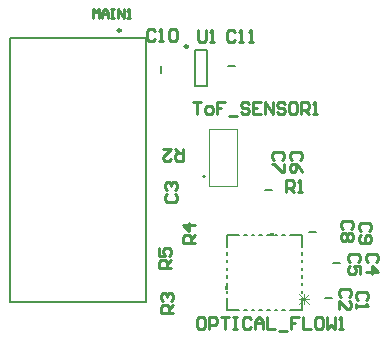
<source format=gto>
G04*
G04 #@! TF.GenerationSoftware,Altium Limited,Altium Designer,25.8.1 (18)*
G04*
G04 Layer_Color=65535*
%FSLAX25Y25*%
%MOIN*%
G70*
G04*
G04 #@! TF.SameCoordinates,43C0CF26-5D00-403A-8535-6070E817F6AF*
G04*
G04*
G04 #@! TF.FilePolarity,Positive*
G04*
G01*
G75*
%ADD10C,0.00984*%
%ADD11C,0.00787*%
%ADD12C,0.00394*%
%ADD13C,0.00600*%
%ADD14C,0.00300*%
%ADD15C,0.01000*%
G36*
X177909Y200382D02*
X176909D01*
Y201882D01*
X177909D01*
Y200382D01*
D02*
G37*
G36*
X191868Y218400D02*
X193368D01*
Y219400D01*
X191868D01*
Y218400D01*
D02*
G37*
D10*
X164472Y281587D02*
G03*
X164472Y281587I-492J0D01*
G01*
X142075Y286957D02*
G03*
X142075Y286957I-492J0D01*
G01*
D11*
X169850Y237957D02*
G03*
X169850Y238744I0J394D01*
G01*
D02*
G03*
X169850Y237957I0J-394D01*
G01*
X170968Y268398D02*
Y280602D01*
X167032Y268398D02*
Y280602D01*
Y268398D02*
X170968D01*
X167032Y280602D02*
X170968D01*
X177819Y275256D02*
X180181D01*
X155500Y272819D02*
Y275181D01*
X150638Y196405D02*
Y284594D01*
X105362Y196405D02*
X150638D01*
X105362D02*
Y284594D01*
X150638D01*
X190319Y233756D02*
X192681D01*
X210319Y197756D02*
X212681D01*
X212819Y209335D02*
X215181D01*
X204819Y219835D02*
X207181D01*
D12*
X171425Y235201D02*
X180874D01*
Y254098D01*
X171425D02*
X180874D01*
X171425Y235201D02*
Y254098D01*
D13*
X198598Y218700D02*
X202509D01*
X177609Y214789D02*
Y218700D01*
Y193800D02*
X181520D01*
X202509D02*
Y197711D01*
Y199435D02*
Y200270D01*
Y201994D02*
Y202829D01*
Y204553D02*
Y205388D01*
Y207112D02*
Y207947D01*
Y209671D02*
Y210506D01*
Y212230D02*
Y213065D01*
Y214789D02*
Y218700D01*
X196039D02*
X196874D01*
X193480D02*
X194315D01*
X190921D02*
X191756D01*
X188362D02*
X189197D01*
X185803D02*
X186638D01*
X183244D02*
X184079D01*
X177609D02*
X181520D01*
X177609Y212230D02*
Y213065D01*
Y209671D02*
Y210506D01*
Y207112D02*
Y207947D01*
Y204553D02*
Y205388D01*
Y201994D02*
Y202829D01*
Y199435D02*
Y200270D01*
Y193800D02*
Y197711D01*
X183244Y193800D02*
X184079D01*
X185803D02*
X186638D01*
X188362D02*
X189197D01*
X190921D02*
X191756D01*
X193480D02*
X194315D01*
X196039D02*
X196874D01*
X198598D02*
X202509D01*
D14*
X204959Y195628D02*
X201627Y198960D01*
X204959D02*
X201627Y195628D01*
X204959Y197294D02*
X201627D01*
X203293Y198960D02*
Y195628D01*
D15*
X132752Y291001D02*
Y294000D01*
X133752Y293000D01*
X134751Y294000D01*
Y291001D01*
X135751D02*
Y293000D01*
X136751Y294000D01*
X137750Y293000D01*
Y291001D01*
Y292500D01*
X135751D01*
X138750Y294000D02*
X139750D01*
X139250D01*
Y291001D01*
X138750D01*
X139750D01*
X141249D02*
Y294000D01*
X143249Y291001D01*
Y294000D01*
X144248Y291001D02*
X145248D01*
X144748D01*
Y294000D01*
X144248Y293500D01*
X167834Y286999D02*
Y283667D01*
X168501Y283001D01*
X169834D01*
X170500Y283667D01*
Y286999D01*
X171833Y283001D02*
X173166D01*
X172499D01*
Y286999D01*
X171833Y286333D01*
X166340Y262982D02*
X169006D01*
X167673D01*
Y258983D01*
X171005D02*
X172338D01*
X173004Y259650D01*
Y260983D01*
X172338Y261649D01*
X171005D01*
X170339Y260983D01*
Y259650D01*
X171005Y258983D01*
X177003Y262982D02*
X174337D01*
Y260983D01*
X175670D01*
X174337D01*
Y258983D01*
X178336Y258317D02*
X181002D01*
X185001Y262316D02*
X184334Y262982D01*
X183001D01*
X182335Y262316D01*
Y261649D01*
X183001Y260983D01*
X184334D01*
X185001Y260316D01*
Y259650D01*
X184334Y258983D01*
X183001D01*
X182335Y259650D01*
X188999Y262982D02*
X186334D01*
Y258983D01*
X188999D01*
X186334Y260983D02*
X187666D01*
X190332Y258983D02*
Y262982D01*
X192998Y258983D01*
Y262982D01*
X196997Y262316D02*
X196330Y262982D01*
X194997D01*
X194331Y262316D01*
Y261649D01*
X194997Y260983D01*
X196330D01*
X196997Y260316D01*
Y259650D01*
X196330Y258983D01*
X194997D01*
X194331Y259650D01*
X200329Y262982D02*
X198996D01*
X198330Y262316D01*
Y259650D01*
X198996Y258983D01*
X200329D01*
X200995Y259650D01*
Y262316D01*
X200329Y262982D01*
X202328Y258983D02*
Y262982D01*
X204328D01*
X204994Y262316D01*
Y260983D01*
X204328Y260316D01*
X202328D01*
X203661D02*
X204994Y258983D01*
X206327D02*
X207660D01*
X206994D01*
Y262982D01*
X206327Y262316D01*
X158999Y207668D02*
X155001D01*
Y209667D01*
X155667Y210334D01*
X157000D01*
X157667Y209667D01*
Y207668D01*
Y209001D02*
X158999Y210334D01*
X155001Y214332D02*
Y211666D01*
X157000D01*
X156333Y212999D01*
Y213666D01*
X157000Y214332D01*
X158333D01*
X158999Y213666D01*
Y212333D01*
X158333Y211666D01*
X166999Y216168D02*
X163001D01*
Y218167D01*
X163667Y218834D01*
X165000D01*
X165666Y218167D01*
Y216168D01*
Y217501D02*
X166999Y218834D01*
Y222166D02*
X163001D01*
X165000Y220166D01*
Y222832D01*
X159499Y192668D02*
X155501D01*
Y194667D01*
X156167Y195334D01*
X157500D01*
X158167Y194667D01*
Y192668D01*
Y194001D02*
X159499Y195334D01*
X156167Y196667D02*
X155501Y197333D01*
Y198666D01*
X156167Y199332D01*
X156834D01*
X157500Y198666D01*
Y197999D01*
Y198666D01*
X158167Y199332D01*
X158833D01*
X159499Y198666D01*
Y197333D01*
X158833Y196667D01*
X162880Y247499D02*
Y243501D01*
X160880D01*
X160214Y244167D01*
Y245500D01*
X160880Y246166D01*
X162880D01*
X161547D02*
X160214Y247499D01*
X156215D02*
X158881D01*
X156215Y244834D01*
Y244167D01*
X156881Y243501D01*
X158214D01*
X158881Y244167D01*
X197334Y233001D02*
Y236999D01*
X199334D01*
X200000Y236333D01*
Y235000D01*
X199334Y234334D01*
X197334D01*
X198667D02*
X200000Y233001D01*
X201333D02*
X202666D01*
X201999D01*
Y236999D01*
X201333Y236333D01*
X169674Y191333D02*
X168341D01*
X167675Y190666D01*
Y188000D01*
X168341Y187334D01*
X169674D01*
X170340Y188000D01*
Y190666D01*
X169674Y191333D01*
X171673Y187334D02*
Y191333D01*
X173673D01*
X174339Y190666D01*
Y189333D01*
X173673Y188667D01*
X171673D01*
X175672Y191333D02*
X178338D01*
X177005D01*
Y187334D01*
X179671Y191333D02*
X181003D01*
X180337D01*
Y187334D01*
X179671D01*
X181003D01*
X185669Y190666D02*
X185002Y191333D01*
X183669D01*
X183003Y190666D01*
Y188000D01*
X183669Y187334D01*
X185002D01*
X185669Y188000D01*
X187002Y187334D02*
Y190000D01*
X188335Y191333D01*
X189667Y190000D01*
Y187334D01*
Y189333D01*
X187002D01*
X191000Y191333D02*
Y187334D01*
X193666D01*
X194999Y186667D02*
X197665D01*
X201664Y191333D02*
X198998D01*
Y189333D01*
X200331D01*
X198998D01*
Y187334D01*
X202996Y191333D02*
Y187334D01*
X205662D01*
X208995Y191333D02*
X207662D01*
X206995Y190666D01*
Y188000D01*
X207662Y187334D01*
X208995D01*
X209661Y188000D01*
Y190666D01*
X208995Y191333D01*
X210994D02*
Y187334D01*
X212327Y188667D01*
X213660Y187334D01*
Y191333D01*
X214993Y187334D02*
X216325D01*
X215659D01*
Y191333D01*
X214993Y190666D01*
X180166Y286432D02*
X179499Y287099D01*
X178166D01*
X177500Y286432D01*
Y283766D01*
X178166Y283100D01*
X179499D01*
X180166Y283766D01*
X181499Y283100D02*
X182832D01*
X182165D01*
Y287099D01*
X181499Y286432D01*
X184831Y283100D02*
X186164D01*
X185497D01*
Y287099D01*
X184831Y286432D01*
X153667Y286833D02*
X153001Y287499D01*
X151668D01*
X151002Y286833D01*
Y284167D01*
X151668Y283501D01*
X153001D01*
X153667Y284167D01*
X155000Y283501D02*
X156333D01*
X155667D01*
Y287499D01*
X155000Y286833D01*
X158333D02*
X158999Y287499D01*
X160332D01*
X160998Y286833D01*
Y284167D01*
X160332Y283501D01*
X158999D01*
X158333Y284167D01*
Y286833D01*
X224833Y220166D02*
X225499Y220833D01*
Y222166D01*
X224833Y222832D01*
X222167D01*
X221501Y222166D01*
Y220833D01*
X222167Y220166D01*
Y218833D02*
X221501Y218167D01*
Y216834D01*
X222167Y216168D01*
X224833D01*
X225499Y216834D01*
Y218167D01*
X224833Y218833D01*
X224166D01*
X223500Y218167D01*
Y216168D01*
X218833Y220666D02*
X219499Y221333D01*
Y222666D01*
X218833Y223332D01*
X216167D01*
X215501Y222666D01*
Y221333D01*
X216167Y220666D01*
X218833Y219334D02*
X219499Y218667D01*
Y217334D01*
X218833Y216668D01*
X218166D01*
X217500Y217334D01*
X216834Y216668D01*
X216167D01*
X215501Y217334D01*
Y218667D01*
X216167Y219334D01*
X216834D01*
X217500Y218667D01*
X218166Y219334D01*
X218833D01*
X217500Y218667D02*
Y217334D01*
X195833Y243666D02*
X196499Y244333D01*
Y245666D01*
X195833Y246332D01*
X193167D01*
X192501Y245666D01*
Y244333D01*
X193167Y243666D01*
X196499Y242334D02*
Y239668D01*
X195833D01*
X193167Y242334D01*
X192501D01*
X201833Y243666D02*
X202499Y244333D01*
Y245666D01*
X201833Y246332D01*
X199167D01*
X198501Y245666D01*
Y244333D01*
X199167Y243666D01*
X202499Y239668D02*
X201833Y241001D01*
X200500Y242334D01*
X199167D01*
X198501Y241667D01*
Y240334D01*
X199167Y239668D01*
X199834D01*
X200500Y240334D01*
Y242334D01*
X221333Y209745D02*
X221999Y210412D01*
Y211744D01*
X221333Y212411D01*
X218667D01*
X218001Y211744D01*
Y210412D01*
X218667Y209745D01*
X221999Y205747D02*
Y208412D01*
X220000D01*
X220666Y207079D01*
Y206413D01*
X220000Y205747D01*
X218667D01*
X218001Y206413D01*
Y207746D01*
X218667Y208412D01*
X227333Y209745D02*
X227999Y210412D01*
Y211744D01*
X227333Y212411D01*
X224667D01*
X224001Y211744D01*
Y210412D01*
X224667Y209745D01*
X224001Y206413D02*
X227999D01*
X226000Y208412D01*
Y205747D01*
X157667Y232334D02*
X157001Y231667D01*
Y230334D01*
X157667Y229668D01*
X160333D01*
X160999Y230334D01*
Y231667D01*
X160333Y232334D01*
X157667Y233666D02*
X157001Y234333D01*
Y235666D01*
X157667Y236332D01*
X158334D01*
X159000Y235666D01*
Y234999D01*
Y235666D01*
X159667Y236332D01*
X160333D01*
X160999Y235666D01*
Y234333D01*
X160333Y233666D01*
X218333Y198167D02*
X218999Y198833D01*
Y200166D01*
X218333Y200832D01*
X215667D01*
X215001Y200166D01*
Y198833D01*
X215667Y198167D01*
X215001Y194168D02*
Y196834D01*
X217666Y194168D01*
X218333D01*
X218999Y194834D01*
Y196167D01*
X218333Y196834D01*
X223833Y197000D02*
X224499Y197667D01*
Y198999D01*
X223833Y199666D01*
X221167D01*
X220501Y198999D01*
Y197667D01*
X221167Y197000D01*
X220501Y195667D02*
Y194334D01*
Y195001D01*
X224499D01*
X223833Y195667D01*
M02*

</source>
